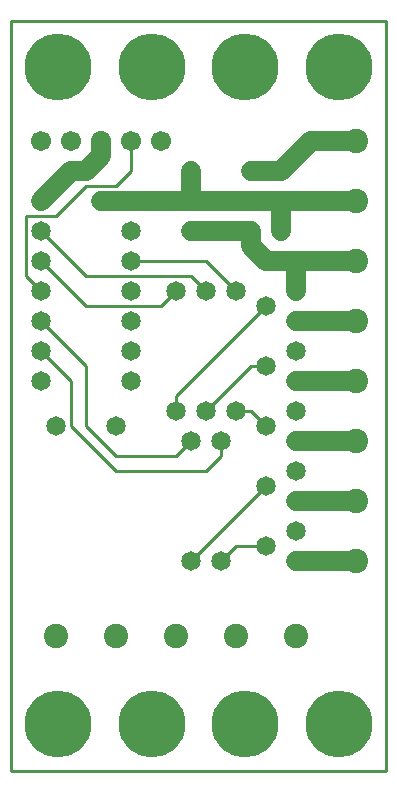
<source format=gbl>
%MOIN*%
%FSLAX25Y25*%
G04 D10 used for Character Trace; *
G04     Circle (OD=.01000) (No hole)*
G04 D11 used for Power Trace; *
G04     Circle (OD=.06700) (No hole)*
G04 D12 used for Signal Trace; *
G04     Circle (OD=.01100) (No hole)*
G04 D13 used for Via; *
G04     Circle (OD=.05800) (Round. Hole ID=.02800)*
G04 D14 used for Component hole; *
G04     Circle (OD=.06500) (Round. Hole ID=.03500)*
G04 D15 used for Component hole; *
G04     Circle (OD=.06700) (Round. Hole ID=.04300)*
G04 D16 used for Component hole; *
G04     Circle (OD=.08100) (Round. Hole ID=.05100)*
G04 D17 used for Component hole; *
G04     Circle (OD=.08900) (Round. Hole ID=.05900)*
G04 D18 used for Component hole; *
G04     Circle (OD=.11300) (Round. Hole ID=.08300)*
G04 D19 used for Component hole; *
G04     Circle (OD=.16000) (Round. Hole ID=.13000)*
G04 D20 used for Component hole; *
G04     Circle (OD=.18300) (Round. Hole ID=.15300)*
G04 D21 used for Component hole; *
G04     Circle (OD=.22291) (Round. Hole ID=.19291)*
%ADD10C,.01000*%
%ADD11C,.06700*%
%ADD12C,.01100*%
%ADD13C,.05800*%
%ADD14C,.06500*%
%ADD15C,.06700*%
%ADD16C,.08100*%
%ADD17C,.08900*%
%ADD18C,.11300*%
%ADD19C,.16000*%
%ADD20C,.18300*%
%ADD21C,.22291*%
%IPPOS*%
%LPD*%
G90*X0Y0D02*D21*X15625Y15625D03*D16*              
X35000Y45000D03*X15000D03*D21*X46875Y15625D03*D16*
X55000Y45000D03*D14*X70000Y70000D03*D12*          
X75000Y75000D01*X85000D01*D14*D03*X95000Y70000D03*
D11*X115000D01*D16*D03*D14*X95000Y90000D03*D11*   
X115000D01*D16*D03*D14*X95000Y110000D03*D11*      
X115000D01*D16*D03*D14*X95000Y130000D03*D11*      
X115000D01*D16*D03*D14*X95000Y150000D03*D11*      
X115000D01*D16*D03*D11*X95000Y160000D02*          
Y170000D01*D14*Y160000D03*D11*X85000Y170000D02*   
X95000D01*X115000D01*D16*D03*Y190000D03*D11*      
X90000D01*Y180000D01*D14*D03*D11*X85000Y170000D02*
X80000Y175000D01*Y180000D01*D14*D03*D11*X60000D01*
D14*D03*X70000Y190000D03*D11*X60000D01*X40000D01* 
D14*D03*D11*X30000D01*D13*D03*D12*                
X25000Y195000D02*X35000D01*X15000Y185000D02*      
X25000Y195000D01*X5000Y185000D02*X15000D01*       
X5000Y165000D02*Y185000D01*X10000Y160000D02*      
X5000Y165000D01*D14*X10000Y160000D03*Y170000D03*  
D12*X25000Y155000D01*X50000D01*X55000Y160000D01*  
D14*D03*D12*X65000D02*X60000Y165000D01*D14*       
X65000Y160000D03*D12*X25000Y165000D02*X60000D01*  
X25000D02*X10000Y180000D01*D14*D03*Y190000D03*D11*
X20000Y200000D01*X25000D01*X30000Y205000D01*      
Y210000D01*D15*D03*D12*X35000Y195000D02*          
X40000Y200000D01*Y210000D01*D15*D03*X50000D03*D11*
X60000Y190000D02*Y200000D01*D14*D03*D11*          
X70000Y190000D02*X90000D01*D14*X80000Y200000D03*  
D11*X90000D01*D14*D03*D11*X100000Y210000D01*      
X115000D01*D16*D03*D21*X109375Y234375D03*         
X78125D03*D12*X125000Y0D02*Y250000D01*X0Y0D02*    
X125000D01*X0D02*Y250000D01*X125000D01*           
X75000Y160000D02*X65000Y170000D01*D14*            
X75000Y160000D03*D12*X40000Y170000D02*X65000D01*  
D14*X40000D03*Y180000D03*Y160000D03*Y150000D03*   
X10000Y140000D03*D12*X20000Y130000D01*Y115000D01* 
X35000Y100000D01*X65000D01*X70000Y105000D01*      
Y110000D01*D14*D03*D12*X85000Y115000D02*          
X80000Y120000D01*D14*X85000Y115000D03*D12*        
X75000Y120000D02*X80000D01*D14*X75000D03*         
X65000D03*D12*X80000Y135000D01*X85000D01*D14*D03* 
X95000Y140000D03*Y120000D03*X85000Y155000D03*D12* 
X55000Y125000D01*Y120000D01*D14*D03*              
X60000Y110000D03*D12*X55000Y105000D01*X35000D01*  
X25000Y115000D01*Y135000D01*X10000Y150000D01*D14* 
D03*Y130000D03*X40000D03*Y140000D03*              
X15000Y115000D03*X35000D03*D15*X20000Y210000D03*  
X10000D03*D14*X85000Y95000D03*D12*X60000Y70000D01*
D14*D03*D16*X75000Y45000D03*X95000D03*D14*        
Y80000D03*Y100000D03*D21*X78125Y15625D03*         
X109375D03*X46875Y234375D03*X15625D03*M02*        

</source>
